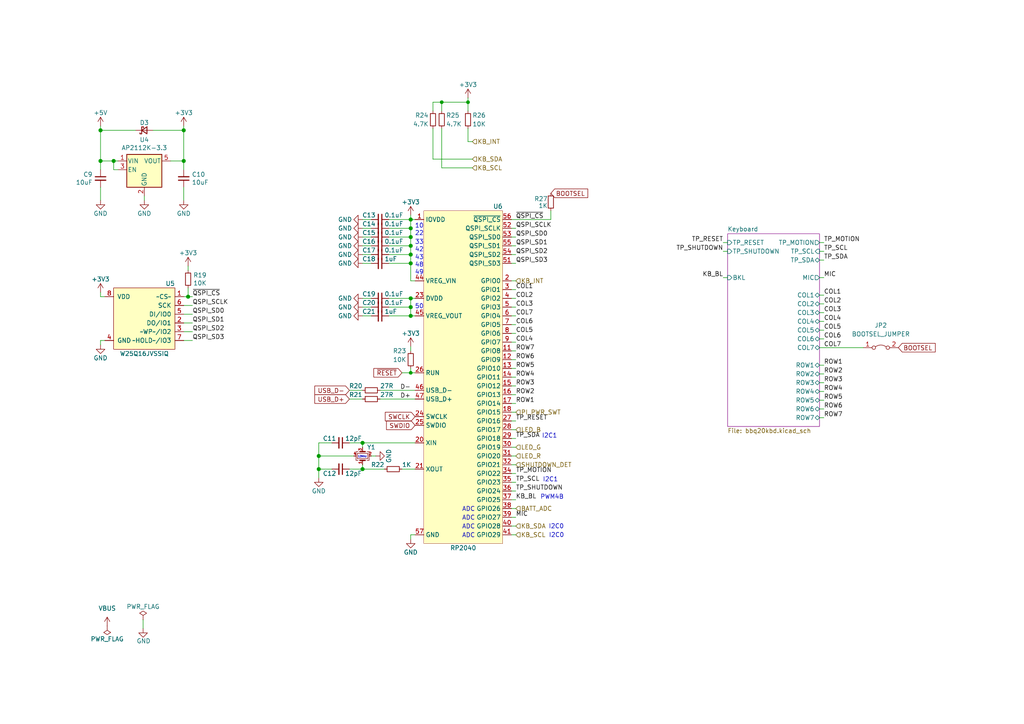
<source format=kicad_sch>
(kicad_sch (version 20231120) (generator "eeschema") (generator_version "8.0")
  (paper "A4")
  (title_block (title "RP2040") (date "2023-04-21") (rev "1.0") (comment 1 "CERN Open Hardware Licence v1.2") (comment 2 "https://github.com/solderparty/bbq20kbd_hw") (comment 3 "Modified for beepy") (comment 4 "Original Design By Solder Party AB"))
  (lib_symbols
    (symbol "Device:C_Small" (pin_numbers hide) (pin_names (offset 0.254) hide)
      (property "Reference" "C" (at 0.254 1.778 0))
      (property "Value" "C_Small" (at 0.254 -2.032 0))
      (symbol "C_Small_0_1"
        (polyline (pts (xy -1.524 -0.508) (xy 1.524 -0.508)) (stroke (width 0.3302)))
        (polyline (pts (xy -1.524 0.508) (xy 1.524 0.508)) (stroke (width 0.3048)))
      )
      (symbol "C_Small_1_1"
        (pin passive line (at 0 2.54 270) (length 2.032) (name "~") (number "1"))
        (pin passive line (at 0 -2.54 90) (length 2.032) (name "~") (number "2"))
      )
    )
    (symbol "Device:Crystal_GND24_Small" (pin_names (offset 1.016) hide)
      (property "Reference" "Y" (at 1.27 4.445 0))
      (property "Value" "Crystal_GND24_Small" (at 1.27 2.54 0))
      (symbol "Crystal_GND24_Small_0_1"
        (rectangle (start -0.762 -1.524) (end 0.762 1.524))
        (polyline (pts (xy -1.27 -0.762) (xy -1.27 0.762)) (stroke (width 0.381)))
        (polyline (pts (xy 1.27 -0.762) (xy 1.27 0.762)) (stroke (width 0.381)))
        (polyline (pts (xy -1.27 -1.27) (xy -1.27 -1.905) (xy 1.27 -1.905) (xy 1.27 -1.27)))
        (polyline (pts (xy -1.27 1.27) (xy -1.27 1.905) (xy 1.27 1.905) (xy 1.27 1.27)))
      )
      (symbol "Crystal_GND24_Small_1_1"
        (pin passive line (at -2.54 0 0) (length 1.27) (name "1") (number "1"))
        (pin passive line (at 0 -2.54 90) (length 0.635) (name "2") (number "2"))
        (pin passive line (at 2.54 0 180) (length 1.27) (name "3") (number "3"))
        (pin passive line (at 0 2.54 270) (length 0.635) (name "4") (number "4"))
      )
    )
    (symbol "Device:D_Schottky_Small" (pin_numbers hide) (pin_names (offset 0.254) hide)
      (property "Reference" "D" (at -1.27 2.032 0))
      (property "Value" "D_Schottky_Small" (at -7.112 -2.032 0))
      (symbol "D_Schottky_Small_0_1"
        (polyline (pts (xy -0.762 0) (xy 0.762 0)))
        (polyline (pts (xy 0.762 -1.016) (xy -0.762 0) (xy 0.762 1.016) (xy 0.762 -1.016)) (stroke (width 0.254)))
        (polyline (pts (xy -1.27 0.762) (xy -1.27 1.016) (xy -0.762 1.016) (xy -0.762 -1.016) (xy -0.254 -1.016) (xy -0.254 -0.762)) (stroke (width 0.254)))
      )
      (symbol "D_Schottky_Small_1_1"
        (pin passive line (at -2.54 0 0) (length 1.778) (name "K") (number "1"))
        (pin passive line (at 2.54 0 180) (length 1.778) (name "A") (number "2"))
      )
    )
    (symbol "Device:R_Small" (pin_numbers hide) (pin_names (offset 0.254) hide)
      (property "Reference" "R" (at 0.762 0.508 0))
      (property "Value" "R_Small" (at 0.762 -1.016 0))
      (symbol "R_Small_0_1"
        (rectangle (start -0.762 1.778) (end 0.762 -1.778) (stroke (width 0.2032)))
      )
      (symbol "R_Small_1_1"
        (pin passive line (at 0 2.54 270) (length 0.762) (name "~") (number "1"))
        (pin passive line (at 0 -2.54 90) (length 0.762) (name "~") (number "2"))
      )
    )
    (symbol "Jumper:Jumper_2_Bridged" (pin_names (offset 0) hide)
      (property "Reference" "JP" (at 0 1.905 0))
      (property "Value" "Jumper_2_Bridged" (at 0 -2.54 0))
      (symbol "Jumper_2_Bridged_0_0"
        (circle (center -2.032 0) (radius 0.508))
        (circle (center 2.032 0) (radius 0.508))
      )
      (symbol "Jumper_2_Bridged_0_1"
        (arc (start 1.524 0.254) (mid 0 0.762) (end -1.524 0.254))
      )
      (symbol "Jumper_2_Bridged_1_1"
        (pin passive line (at -5.08 0 0) (length 2.54) (name "A") (number "1"))
        (pin passive line (at 5.08 0 180) (length 2.54) (name "B") (number "2"))
      )
    )
    (symbol "MCU_RaspberryPi:RP2040"
      (property "Reference" "U" (at 11.43 1.27 0))
      (property "Value" "RP2040" (at 0 -97.79 0))
      (symbol "RP2040_0_0"
        (pin power_in line (at -13.97 -2.54 0) (length 2.54) (name "IOVDD") (number "1"))
        (pin passive line (at -13.97 -2.54 0) (length 2.54) hide (name "IOVDD") (number "10"))
        (pin bidirectional line (at 13.97 -40.64 180) (length 2.54) (name "GPIO8") (number "11"))
        (pin bidirectional line (at 13.97 -20.32 180) (length 2.54) (name "GPIO0") (number "2"))
        (pin bidirectional line (at 13.97 -22.86 180) (length 2.54) (name "GPIO1") (number "3"))
        (pin bidirectional line (at 13.97 -25.4 180) (length 2.54) (name "GPIO2") (number "4"))
        (pin bidirectional line (at 13.97 -27.94 180) (length 2.54) (name "GPIO3") (number "5"))
        (pin bidirectional line (at 13.97 -30.48 180) (length 2.54) (name "GPIO4") (number "6"))
        (pin bidirectional line (at 13.97 -33.02 180) (length 2.54) (name "GPIO5") (number "7"))
        (pin bidirectional line (at 13.97 -35.56 180) (length 2.54) (name "GPIO6") (number "8"))
        (pin bidirectional line (at 13.97 -38.1 180) (length 2.54) (name "GPIO7") (number "9"))
      )
      (symbol "RP2040_0_1"
        (rectangle (start -11.43 0) (end 11.43 -96.52) (stroke (width 0.001)) (fill (type background)))
      )
      (symbol "RP2040_1_1"
        (pin bidirectional line (at 13.97 -43.18 180) (length 2.54) (name "GPIO9") (number "12"))
        (pin bidirectional line (at 13.97 -45.72 180) (length 2.54) (name "GPIO10") (number "13"))
        (pin bidirectional line (at 13.97 -48.26 180) (length 2.54) (name "GPIO11") (number "14"))
        (pin bidirectional line (at 13.97 -50.8 180) (length 2.54) (name "GPIO12") (number "15"))
        (pin bidirectional line (at 13.97 -53.34 180) (length 2.54) (name "GPIO13") (number "16"))
        (pin bidirectional line (at 13.97 -55.88 180) (length 2.54) (name "GPIO14") (number "17"))
        (pin bidirectional line (at 13.97 -58.42 180) (length 2.54) (name "GPIO15") (number "18"))
        (pin passive line (at -13.97 -93.98 0) (length 2.54) hide (name "TESTEN") (number "19"))
        (pin input line (at -13.97 -67.31 0) (length 2.54) (name "XIN") (number "20"))
        (pin output line (at -13.97 -74.93 0) (length 2.54) (name "XOUT") (number "21"))
        (pin passive line (at -13.97 -2.54 0) (length 2.54) hide (name "IOVDD") (number "22"))
        (pin power_in line (at -13.97 -25.4 0) (length 2.54) (name "DVDD") (number "23"))
        (pin input line (at -13.97 -59.69 0) (length 2.54) (name "SWCLK") (number "24"))
        (pin bidirectional line (at -13.97 -62.23 0) (length 2.54) (name "SWDIO") (number "25"))
        (pin input line (at -13.97 -46.99 0) (length 2.54) (name "RUN") (number "26"))
        (pin bidirectional line (at 13.97 -60.96 180) (length 2.54) (name "GPIO16") (number "27"))
        (pin bidirectional line (at 13.97 -63.5 180) (length 2.54) (name "GPIO17") (number "28"))
        (pin bidirectional line (at 13.97 -66.04 180) (length 2.54) (name "GPIO18") (number "29"))
        (pin bidirectional line (at 13.97 -68.58 180) (length 2.54) (name "GPIO19") (number "30"))
        (pin bidirectional line (at 13.97 -71.12 180) (length 2.54) (name "GPIO20") (number "31"))
        (pin bidirectional line (at 13.97 -73.66 180) (length 2.54) (name "GPIO21") (number "32"))
        (pin passive line (at -13.97 -2.54 0) (length 2.54) hide (name "IOVDD") (number "33"))
        (pin bidirectional line (at 13.97 -76.2 180) (length 2.54) (name "GPIO22") (number "34"))
        (pin bidirectional line (at 13.97 -78.74 180) (length 2.54) (name "GPIO23") (number "35"))
        (pin bidirectional line (at 13.97 -81.28 180) (length 2.54) (name "GPIO24") (number "36"))
        (pin bidirectional line (at 13.97 -83.82 180) (length 2.54) (name "GPIO25") (number "37"))
        (pin bidirectional line (at 13.97 -86.36 180) (length 2.54) (name "GPIO26") (number "38"))
        (pin bidirectional line (at 13.97 -88.9 180) (length 2.54) (name "GPIO27") (number "39"))
        (pin bidirectional line (at 13.97 -91.44 180) (length 2.54) (name "GPIO28") (number "40"))
        (pin bidirectional line (at 13.97 -93.98 180) (length 2.54) (name "GPIO29") (number "41"))
        (pin passive line (at -13.97 -2.54 0) (length 2.54) hide (name "IOVDD") (number "42"))
        (pin passive line (at -13.97 -2.54 0) (length 2.54) hide (name "ADC_AVDD") (number "43"))
        (pin power_in line (at -13.97 -20.32 0) (length 2.54) (name "VREG_VIN") (number "44"))
        (pin power_out line (at -13.97 -30.48 0) (length 2.54) (name "VREG_VOUT") (number "45"))
        (pin bidirectional line (at -13.97 -52.07 0) (length 2.54) (name "USB_D-") (number "46"))
        (pin bidirectional line (at -13.97 -54.61 0) (length 2.54) (name "USB_D+") (number "47"))
        (pin passive line (at -13.97 -2.54 0) (length 2.54) hide (name "USB_VDD") (number "48"))
        (pin passive line (at -13.97 -2.54 0) (length 2.54) hide (name "IOVDD") (number "49"))
        (pin passive line (at -13.97 -25.4 0) (length 2.54) hide (name "DVDD") (number "50"))
        (pin bidirectional line (at 13.97 -15.24 180) (length 2.54) (name "QSPI_SD3") (number "51"))
        (pin output line (at 13.97 -5.08 180) (length 2.54) (name "QSPI_SCLK") (number "52"))
        (pin bidirectional line (at 13.97 -7.62 180) (length 2.54) (name "QSPI_SD0") (number "53"))
        (pin bidirectional line (at 13.97 -12.7 180) (length 2.54) (name "QSPI_SD2") (number "54"))
        (pin bidirectional line (at 13.97 -10.16 180) (length 2.54) (name "QSPI_SD1") (number "55"))
        (pin input line (at 13.97 -2.54 180) (length 2.54) (name "~{QSPI_CS}") (number "56"))
        (pin power_in line (at -13.97 -93.98 0) (length 2.54) (name "GND") (number "57"))
      )
    )
    (symbol "Memory_Flash_Extra:W25Q64JV" (pin_names (offset 1.016))
      (property "Reference" "U" (at 8.89 10.16 0))
      (property "Value" "W25Q64JV" (at 0 -10.16 0))
      (symbol "W25Q64JV_0_1"
        (rectangle (start -8.89 8.89) (end 8.89 -8.89) (fill (type background)))
      )
      (symbol "W25Q64JV_1_1"
        (pin input line (at 11.43 6.35 180) (length 2.54) (name "~CS~") (number "1"))
        (pin bidirectional line (at 11.43 -1.27 180) (length 2.54) (name "DO/IO1") (number "2"))
        (pin bidirectional line (at 11.43 -3.81 180) (length 2.54) (name "~WP~/IO2") (number "3"))
        (pin power_in line (at -11.43 -6.35 0) (length 2.54) (name "GND") (number "4"))
        (pin bidirectional line (at 11.43 1.27 180) (length 2.54) (name "DI/IO0") (number "5"))
        (pin input line (at 11.43 3.81 180) (length 2.54) (name "SCK") (number "6"))
        (pin bidirectional line (at 11.43 -6.35 180) (length 2.54) (name "~HOLD~/IO3") (number "7"))
        (pin power_in line (at -11.43 6.35 0) (length 2.54) (name "VDD") (number "8"))
        (pin passive line (at -11.43 -6.35 0) (length 2.54) hide (name "GND") (number "9"))
      )
    )
    (symbol "Regulator_Linear:AP2112K-3.3" (pin_names (offset 0.254))
      (property "Reference" "U" (at -5.08 5.715 0))
      (property "Value" "AP2112K-3.3" (at 0 5.715 0))
      (symbol "AP2112K-3.3_0_1"
        (rectangle (start -5.08 4.445) (end 5.08 -5.08) (stroke (width 0.254)) (fill (type background)))
      )
      (symbol "AP2112K-3.3_1_1"
        (pin power_in line (at -7.62 2.54 0) (length 2.54) (name "VIN") (number "1"))
        (pin power_in line (at 0 -7.62 90) (length 2.54) (name "GND") (number "2"))
        (pin input line (at -7.62 0 0) (length 2.54) (name "EN") (number "3"))
        (pin no_connect line (at 5.08 0 180) (length 2.54) hide (name "NC") (number "4"))
        (pin power_out line (at 7.62 2.54 180) (length 2.54) (name "VOUT") (number "5"))
      )
    )
    (symbol "power:+3.3V" (power) (pin_names (offset 0))
      (property "Value" "+3.3V" (at 0 3.556 0))
      (symbol "+3.3V_0_1"
        (polyline (pts (xy -0.762 1.27) (xy 0 2.54)))
        (polyline (pts (xy 0 0) (xy 0 2.54)))
        (polyline (pts (xy 0 2.54) (xy 0.762 1.27)))
      )
      (symbol "+3.3V_1_1"
        (pin power_in line (at 0 0 90) (length 0) hide (name "+3V3") (number "1"))
      )
    )
    (symbol "power:+5V" (power) (pin_names (offset 0))
      (property "Value" "+5V" (at 0 3.556 0))
      (symbol "+5V_0_1"
        (polyline (pts (xy -0.762 1.27) (xy 0 2.54)))
        (polyline (pts (xy 0 0) (xy 0 2.54)))
        (polyline (pts (xy 0 2.54) (xy 0.762 1.27)))
      )
      (symbol "+5V_1_1"
        (pin power_in line (at 0 0 90) (length 0) hide (name "+5V") (number "1"))
      )
    )
    (symbol "power:GND" (power) (pin_names (offset 0))
      (property "Value" "GND" (at 0 -3.81 0))
      (symbol "GND_0_1"
        (polyline (pts (xy 0 0) (xy 0 -1.27) (xy 1.27 -1.27) (xy 0 -2.54) (xy -1.27 -1.27) (xy 0 -1.27)))
      )
      (symbol "GND_1_1"
        (pin power_in line (at 0 0 270) (length 0) hide (name "GND") (number "1"))
      )
    )
    (symbol "power:PWR_FLAG" (power) (pin_numbers hide) (pin_names (offset 0) hide)
      (property "Value" "PWR_FLAG" (at 0 3.81 0))
      (symbol "PWR_FLAG_0_0"
        (pin power_out line (at 0 0 90) (length 0) (name "pwr") (number "1"))
      )
      (symbol "PWR_FLAG_0_1"
        (polyline (pts (xy 0 0) (xy 0 1.27) (xy -1.016 1.905) (xy 0 2.54) (xy 1.016 1.905) (xy 0 1.27)))
      )
    )
    (symbol "power:VBUS" (power) (pin_names (offset 0))
      (property "Value" "VBUS" (at 0 3.81 0))
      (symbol "VBUS_0_1"
        (polyline (pts (xy -0.762 1.27) (xy 0 2.54)))
        (polyline (pts (xy 0 0) (xy 0 2.54)))
        (polyline (pts (xy 0 2.54) (xy 0.762 1.27)))
      )
      (symbol "VBUS_1_1"
        (pin power_in line (at 0 0 90) (length 0) hide (name "VBUS") (number "1"))
      )
    )
  )
  (junction (at 92.456 132.2578) (diameter 1.016))
  (junction (at 54.5592 86.0552) (diameter 1.016))
  (junction (at 105.156 128.4478) (diameter 1.016))
  (junction (at 92.456 136.0678) (diameter 1.016))
  (junction (at 119.126 71.2978) (diameter 1.016))
  (junction (at 29.1592 37.7952) (diameter 1.016))
  (junction (at 105.156 136.0678) (diameter 1.016))
  (junction (at 53.2892 37.7952) (diameter 1.016))
  (junction (at 53.2892 46.6852) (diameter 1.016))
  (junction (at 119.126 89.0778) (diameter 1.016))
  (junction (at 119.126 86.5378) (diameter 1.016))
  (junction (at 32.9692 46.6852) (diameter 1.016))
  (junction (at 119.126 108.1278))
  (junction (at 119.126 73.8378) (diameter 1.016))
  (junction (at 135.7376 29.6418))
  (junction (at 119.126 68.7578) (diameter 1.016))
  (junction (at 119.126 66.2178) (diameter 1.016))
  (junction (at 119.126 91.6178) (diameter 1.016))
  (junction (at 119.126 63.6778) (diameter 1.016))
  (junction (at 128.1176 29.6418))
  (junction (at 29.1592 46.6852) (diameter 1.016))
  (junction (at 119.126 76.3778) (diameter 1.016))
  (wire (pts (xy 148.336 150.0378) (xy 149.606 150.0378)))
  (wire (pts (xy 119.126 108.1278) (xy 120.396 108.1278)))
  (wire (pts (xy 53.2892 96.2152) (xy 55.8292 96.2152)))
  (wire (pts (xy 112.776 86.5378) (xy 119.126 86.5378)))
  (wire (pts (xy 119.126 91.6178) (xy 119.126 89.0778)))
  (wire (pts (xy 105.156 71.2978) (xy 107.696 71.2978)))
  (wire (pts (xy 237.6932 93.218) (xy 238.9632 93.218)))
  (wire (pts (xy 148.336 94.1578) (xy 149.606 94.1578)))
  (wire (pts (xy 148.336 139.8778) (xy 149.606 139.8778)))
  (wire (pts (xy 237.6932 116.078) (xy 238.9632 116.078)))
  (wire (pts (xy 119.126 76.3778) (xy 119.126 81.4578)))
  (wire (pts (xy 53.2892 86.0552) (xy 54.5592 86.0552)))
  (wire (pts (xy 29.1592 46.6852) (xy 32.9692 46.6852)))
  (wire (pts (xy 148.336 134.7978) (xy 149.606 134.7978)))
  (wire (pts (xy 107.696 132.2578) (xy 108.966 132.2578)))
  (wire (pts (xy 148.336 129.7178) (xy 149.606 129.7178)))
  (wire (pts (xy 148.336 86.5378) (xy 149.606 86.5378)))
  (wire (pts (xy 135.7376 37.2618) (xy 135.7376 41.0718)))
  (wire (pts (xy 148.336 152.5778) (xy 149.606 152.5778)))
  (wire (pts (xy 237.6932 72.898) (xy 238.9632 72.898)))
  (wire (pts (xy 148.336 127.1778) (xy 149.606 127.1778)))
  (wire (pts (xy 102.616 132.2578) (xy 92.456 132.2578)))
  (wire (pts (xy 105.156 136.0678) (xy 111.506 136.0678)))
  (wire (pts (xy 119.126 100.5078) (xy 119.126 101.7778)))
  (wire (pts (xy 237.6932 118.618) (xy 238.9632 118.618)))
  (wire (pts (xy 53.2892 54.3052) (xy 53.2892 58.1152)))
  (wire (pts (xy 128.1176 48.6918) (xy 137.0076 48.6918)))
  (wire (pts (xy 119.126 63.6778) (xy 120.396 63.6778)))
  (wire (pts (xy 209.7532 72.898) (xy 211.0232 72.898)))
  (wire (pts (xy 148.336 147.4978) (xy 149.606 147.4978)))
  (wire (pts (xy 112.776 63.6778) (xy 119.126 63.6778)))
  (wire (pts (xy 105.156 76.3778) (xy 107.696 76.3778)))
  (wire (pts (xy 128.1176 29.6418) (xy 135.7376 29.6418)))
  (wire (pts (xy 119.126 155.1178) (xy 119.126 156.3878)))
  (wire (pts (xy 55.8292 86.0552) (xy 54.5592 86.0552)))
  (wire (pts (xy 149.606 68.7578) (xy 148.336 68.7578)))
  (wire (pts (xy 148.336 137.3378) (xy 149.606 137.3378)))
  (wire (pts (xy 148.336 124.6378) (xy 149.606 124.6378)))
  (wire (pts (xy 105.156 91.6178) (xy 107.696 91.6178)))
  (wire (pts (xy 237.6932 105.918) (xy 238.9632 105.918)))
  (wire (pts (xy 120.396 155.1178) (xy 119.126 155.1178)))
  (wire (pts (xy 209.7532 70.358) (xy 211.0232 70.358)))
  (wire (pts (xy 237.6932 80.518) (xy 238.9632 80.518)))
  (wire (pts (xy 119.126 73.8378) (xy 119.126 76.3778)))
  (wire (pts (xy 112.776 91.6178) (xy 119.126 91.6178)))
  (wire (pts (xy 148.336 106.8578) (xy 149.606 106.8578)))
  (wire (pts (xy 149.606 66.2178) (xy 148.336 66.2178)))
  (wire (pts (xy 149.606 76.3778) (xy 148.336 76.3778)))
  (wire (pts (xy 54.5592 77.1652) (xy 54.5592 78.4352)))
  (wire (pts (xy 237.6932 108.458) (xy 238.9632 108.458)))
  (wire (pts (xy 128.1176 37.2618) (xy 128.1176 48.6918)))
  (wire (pts (xy 44.3992 37.7952) (xy 53.2892 37.7952)))
  (wire (pts (xy 148.336 111.9378) (xy 149.606 111.9378)))
  (wire (pts (xy 105.156 89.0778) (xy 107.696 89.0778)))
  (wire (pts (xy 119.126 86.5378) (xy 120.396 86.5378)))
  (wire (pts (xy 105.156 68.7578) (xy 107.696 68.7578)))
  (wire (pts (xy 34.2392 49.2252) (xy 32.9692 49.2252)))
  (wire (pts (xy 148.336 142.4178) (xy 149.606 142.4178)))
  (wire (pts (xy 237.6932 75.438) (xy 238.9632 75.438)))
  (wire (pts (xy 135.7376 41.0718) (xy 137.0076 41.0718)))
  (wire (pts (xy 135.7376 28.3718) (xy 135.7376 29.6418)))
  (wire (pts (xy 135.7376 29.6418) (xy 135.7376 32.1818)))
  (wire (pts (xy 116.586 108.1278) (xy 119.126 108.1278)))
  (wire (pts (xy 29.1592 37.7952) (xy 29.1592 46.6852)))
  (wire (pts (xy 105.156 73.8378) (xy 107.696 73.8378)))
  (wire (pts (xy 237.6932 88.138) (xy 238.9632 88.138)))
  (wire (pts (xy 105.156 63.6778) (xy 107.696 63.6778)))
  (wire (pts (xy 53.2892 46.6852) (xy 53.2892 49.2252)))
  (wire (pts (xy 148.336 122.0978) (xy 149.606 122.0978)))
  (wire (pts (xy 105.156 128.4478) (xy 120.396 128.4478)))
  (wire (pts (xy 112.776 71.2978) (xy 119.126 71.2978)))
  (wire (pts (xy 105.156 66.2178) (xy 107.696 66.2178)))
  (wire (pts (xy 92.456 128.4478) (xy 92.456 132.2578)))
  (wire (pts (xy 53.2892 88.5952) (xy 55.8292 88.5952)))
  (wire (pts (xy 112.776 66.2178) (xy 119.126 66.2178)))
  (wire (pts (xy 110.236 113.2078) (xy 120.396 113.2078)))
  (wire (pts (xy 120.396 81.4578) (xy 119.126 81.4578)))
  (wire (pts (xy 237.6932 70.358) (xy 238.9632 70.358)))
  (wire (pts (xy 30.4292 86.0552) (xy 29.1592 86.0552)))
  (wire (pts (xy 148.336 99.2378) (xy 149.606 99.2378)))
  (wire (pts (xy 101.346 115.7478) (xy 105.156 115.7478)))
  (wire (pts (xy 53.2892 36.5252) (xy 53.2892 37.7952)))
  (wire (pts (xy 53.2892 37.7952) (xy 53.2892 46.6852)))
  (wire (pts (xy 116.586 136.0678) (xy 120.396 136.0678)))
  (wire (pts (xy 29.1592 37.7952) (xy 29.1592 36.5252)))
  (wire (pts (xy 39.3192 37.7952) (xy 29.1592 37.7952)))
  (wire (pts (xy 29.1592 46.6852) (xy 29.1592 49.2252)))
  (wire (pts (xy 112.776 68.7578) (xy 119.126 68.7578)))
  (wire (pts (xy 149.606 73.8378) (xy 148.336 73.8378)))
  (wire (pts (xy 125.5776 46.1518) (xy 137.0076 46.1518)))
  (wire (pts (xy 237.6932 110.998) (xy 238.9632 110.998)))
  (wire (pts (xy 119.126 62.4078) (xy 119.126 63.6778)))
  (wire (pts (xy 237.6932 85.598) (xy 238.9632 85.598)))
  (wire (pts (xy 101.346 136.0678) (xy 105.156 136.0678)))
  (wire (pts (xy 54.5592 86.0552) (xy 54.5592 83.5152)))
  (wire (pts (xy 148.336 114.4778) (xy 149.606 114.4778)))
  (wire (pts (xy 112.776 89.0778) (xy 119.126 89.0778)))
  (wire (pts (xy 148.336 83.9978) (xy 149.606 83.9978)))
  (wire (pts (xy 41.5036 179.7558) (xy 41.5036 182.2958)))
  (wire (pts (xy 105.156 86.5378) (xy 107.696 86.5378)))
  (wire (pts (xy 148.336 144.9578) (xy 149.606 144.9578)))
  (wire (pts (xy 119.126 91.6178) (xy 120.396 91.6178)))
  (wire (pts (xy 148.336 132.2578) (xy 149.606 132.2578)))
  (wire (pts (xy 149.606 119.5578) (xy 148.336 119.5578)))
  (wire (pts (xy 148.336 81.4578) (xy 149.606 81.4578)))
  (wire (pts (xy 92.456 136.0678) (xy 92.456 138.6078)))
  (wire (pts (xy 105.156 128.4478) (xy 105.156 129.7178)))
  (wire (pts (xy 53.2892 93.6752) (xy 55.8292 93.6752)))
  (wire (pts (xy 29.1592 54.3052) (xy 29.1592 58.1152)))
  (wire (pts (xy 148.336 109.3978) (xy 149.606 109.3978)))
  (wire (pts (xy 49.4792 46.6852) (xy 53.2892 46.6852)))
  (wire (pts (xy 148.336 91.6178) (xy 149.606 91.6178)))
  (wire (pts (xy 29.1592 98.7552) (xy 29.1592 100.0252)))
  (wire (pts (xy 148.336 96.6978) (xy 149.606 96.6978)))
  (wire (pts (xy 105.156 134.7978) (xy 105.156 136.0678)))
  (wire (pts (xy 101.346 113.2078) (xy 105.156 113.2078)))
  (wire (pts (xy 148.336 155.1178) (xy 149.606 155.1178)))
  (wire (pts (xy 119.126 63.6778) (xy 119.126 66.2178)))
  (wire (pts (xy 119.126 68.7578) (xy 119.126 71.2978)))
  (wire (pts (xy 119.126 89.0778) (xy 119.126 86.5378)))
  (wire (pts (xy 110.236 115.7478) (xy 120.396 115.7478)))
  (wire (pts (xy 209.7532 80.518) (xy 211.0232 80.518)))
  (wire (pts (xy 237.6932 100.838) (xy 250.3932 100.838)))
  (wire (pts (xy 32.9692 49.2252) (xy 32.9692 46.6852)))
  (wire (pts (xy 92.456 136.0678) (xy 96.266 136.0678)))
  (wire (pts (xy 148.336 104.3178) (xy 149.606 104.3178)))
  (wire (pts (xy 237.6932 113.538) (xy 238.9632 113.538)))
  (wire (pts (xy 125.5776 29.6418) (xy 128.1176 29.6418)))
  (wire (pts (xy 125.5776 32.1818) (xy 125.5776 29.6418)))
  (wire (pts (xy 128.1176 29.6418) (xy 128.1176 32.1818)))
  (wire (pts (xy 30.4292 98.7552) (xy 29.1592 98.7552)))
  (wire (pts (xy 53.2892 91.1352) (xy 55.8292 91.1352)))
  (wire (pts (xy 53.2892 98.7552) (xy 55.8292 98.7552)))
  (wire (pts (xy 112.776 73.8378) (xy 119.126 73.8378)))
  (wire (pts (xy 41.8592 56.8452) (xy 41.8592 58.1152)))
  (wire (pts (xy 125.5776 37.2618) (xy 125.5776 46.1518)))
  (wire (pts (xy 119.126 71.2978) (xy 119.126 73.8378)))
  (wire (pts (xy 148.336 117.0178) (xy 149.606 117.0178)))
  (wire (pts (xy 119.126 66.2178) (xy 119.126 68.7578)))
  (wire (pts (xy 34.2392 46.6852) (xy 32.9692 46.6852)))
  (wire (pts (xy 237.6932 121.158) (xy 238.9632 121.158)))
  (wire (pts (xy 92.456 128.4478) (xy 96.266 128.4478)))
  (wire (pts (xy 92.456 132.2578) (xy 92.456 136.0678)))
  (wire (pts (xy 119.126 108.1278) (xy 119.126 106.8578)))
  (wire (pts (xy 112.776 76.3778) (xy 119.126 76.3778)))
  (wire (pts (xy 159.766 63.6778) (xy 159.766 61.1378)))
  (wire (pts (xy 149.606 71.2978) (xy 148.336 71.2978)))
  (wire (pts (xy 237.6932 98.298) (xy 238.9632 98.298)))
  (wire (pts (xy 148.336 89.0778) (xy 149.606 89.0778)))
  (wire (pts (xy 148.336 101.7778) (xy 149.606 101.7778)))
  (wire (pts (xy 148.336 63.6778) (xy 159.766 63.6778)))
  (wire (pts (xy 237.6932 95.758) (xy 238.9632 95.758)))
  (wire (pts (xy 29.1592 86.0552) (xy 29.1592 84.7852)))
  (wire (pts (xy 237.6932 90.678) (xy 238.9632 90.678)))
  (wire (pts (xy 101.346 128.4478) (xy 105.156 128.4478)))
  (text "42" (at 122.936 73.2028 0) (effects (font (size 1.27 1.27)) (justify right bottom)))
  (text "I2C0\n" (at 159.1564 156.083 0) (effects (font (size 1.27 1.27)) (justify left bottom)))
  (text "33" (at 122.936 71.0438 0) (effects (font (size 1.27 1.27)) (justify right bottom)))
  (text "I2C1\n" (at 157.4038 139.9286 0) (effects (font (size 1.27 1.27)) (justify left bottom)))
  (text "43" (at 122.936 75.4888 0) (effects (font (size 1.27 1.27)) (justify right bottom)))
  (text "50" (at 122.936 89.7128 0) (effects (font (size 1.27 1.27)) (justify right bottom)))
  (text "I2C0\n" (at 159.1056 153.543 0) (effects (font (size 1.27 1.27)) (justify left bottom)))
  (text "PWM4B" (at 156.6926 144.9832 0) (effects (font (size 1.27 1.27)) (justify left bottom)))
  (text "22" (at 122.936 68.5038 0) (effects (font (size 1.27 1.27)) (justify right bottom)))
  (text "48" (at 122.936 77.6478 0) (effects (font (size 1.27 1.27)) (justify right bottom)))
  (text "49" (at 122.936 79.8068 0) (effects (font (size 1.27 1.27)) (justify right bottom)))
  (text "ADC" (at 133.985 151.0538 0) (effects (font (size 1.27 1.27)) (justify left bottom)))
  (text "10" (at 122.936 66.3448 0) (effects (font (size 1.27 1.27)) (justify right bottom)))
  (text "12MHz" (at 106.426 132.8928 0) (effects (font (size 0.508 0.508)) (justify right bottom)))
  (text "ADC" (at 133.985 156.1338 0) (effects (font (size 1.27 1.27)) (justify left bottom)))
  (text "ADC" (at 133.985 148.5138 0) (effects (font (size 1.27 1.27)) (justify left bottom)))
  (text "I2C1\n" (at 157.1498 127.254 0) (effects (font (size 1.27 1.27)) (justify left bottom)))
  (text "ADC" (at 133.985 153.5938 0) (effects (font (size 1.27 1.27)) (justify left bottom)))
  (label "D+" (at 119.126 115.7478 180))
  (label "QSPI_SD2" (at 149.606 73.8378 0))
  (label "MIC" (at 149.606 150.0378 0))
  (label "COL3" (at 149.606 89.0778 0))
  (label "COL4" (at 149.606 99.2378 0))
  (label "ROW5" (at 238.9632 116.078 0))
  (label "QSPI_SCLK" (at 149.606 66.2178 0))
  (label "COL5" (at 149.606 96.6978 0))
  (label "COL2" (at 149.606 86.5378 0))
  (label "COL2" (at 238.9632 88.138 0))
  (label "QSPI_SD3" (at 149.606 76.3778 0))
  (label "QSPI_SD1" (at 55.8292 93.6752 0))
  (label "TP_MOTION" (at 149.606 137.3378 0))
  (label "QSPI_SD0" (at 55.8292 91.1352 0))
  (label "ROW2" (at 149.606 114.4778 0))
  (label "QSPI_SD2" (at 55.8292 96.2152 0))
  (label "ROW3" (at 149.606 111.9378 0))
  (label "ROW4" (at 238.9632 113.538 0))
  (label "ROW7" (at 149.606 101.7778 0))
  (label "ROW1" (at 149.606 117.0178 0))
  (label "ROW5" (at 149.606 106.8578 0))
  (label "ROW3" (at 238.9632 110.998 0))
  (label "KB_BL" (at 209.7532 80.518 180))
  (label "COL6" (at 238.9632 98.298 0))
  (label "TP_MOTION" (at 238.9632 70.358 0))
  (label "COL5" (at 238.9632 95.758 0))
  (label "COL1" (at 238.9632 85.598 0))
  (label "ROW7" (at 238.9632 121.158 0))
  (label "QSPI_SD0" (at 149.606 68.7578 0))
  (label "QSPI_SD1" (at 149.606 71.2978 0))
  (label "COL1" (at 149.606 83.9978 0))
  (label "COL7" (at 238.9632 100.838 0))
  (label "ROW2" (at 238.9632 108.458 0))
  (label "KB_BL" (at 149.606 144.9578 0))
  (label "~{QSPI_CS}" (at 55.8292 86.0552 0))
  (label "ROW1" (at 238.9632 105.918 0))
  (label "TP_SCL" (at 238.9632 72.898 0))
  (label "TP_SHUTDOWN" (at 149.606 142.4178 0))
  (label "COL7" (at 149.606 91.6178 0))
  (label "TP_SHUTDOWN" (at 209.7532 72.898 180))
  (label "TP_RESET" (at 209.7532 70.358 180))
  (label "QSPI_SD3" (at 55.8292 98.7552 0))
  (label "TP_SDA" (at 238.9632 75.438 0))
  (label "COL6" (at 149.606 94.1578 0))
  (label "ROW6" (at 149.606 104.3178 0))
  (label "D-" (at 119.126 113.2078 180))
  (label "TP_SCL" (at 149.606 139.8778 0))
  (label "QSPI_SCLK" (at 55.8292 88.5952 0))
  (label "ROW6" (at 238.9632 118.618 0))
  (label "TP_SDA" (at 149.606 127.1778 0))
  (label "~{QSPI_CS}" (at 149.606 63.6778 0))
  (label "COL4" (at 238.9632 93.218 0))
  (label "COL3" (at 238.9632 90.678 0))
  (label "ROW4" (at 149.606 109.3978 0))
  (label "MIC" (at 238.9632 80.518 0))
  (label "TP_RESET" (at 149.606 122.0978 0))
  (global_label "USB_D+" (shape input) (at 101.346 115.7478 180) (property "Intersheetrefs" "${INTERSHEET_REFS}" (effects (hide yes))))
  (global_label "SWDIO" (shape input) (at 120.396 123.3678 180) (property "Intersheetrefs" "${INTERSHEET_REFS}" (effects (hide yes))))
  (global_label "USB_D-" (shape input) (at 101.346 113.2078 180) (property "Intersheetrefs" "${INTERSHEET_REFS}" (effects (hide yes))))
  (global_label "SWCLK" (shape input) (at 120.396 120.8278 180) (property "Intersheetrefs" "${INTERSHEET_REFS}" (effects (hide yes))))
  (global_label "~{RESET}" (shape input) (at 116.586 108.1278 180) (property "Intersheetrefs" "${INTERSHEET_REFS}" (effects (hide yes))))
  (global_label "BOOTSEL" (shape input) (at 159.766 56.0578 0) (property "Intersheetrefs" "${INTERSHEET_REFS}" (effects (hide yes))))
  (global_label "BOOTSEL" (shape input) (at 260.5532 100.838 0) (property "Intersheetrefs" "${INTERSHEET_REFS}" (effects (hide yes))))
  (hierarchical_label "KB_SCL" (shape input) (at 137.0076 48.6918 0))
  (hierarchical_label "LED_R" (shape input) (at 149.606 132.2578 0))
  (hierarchical_label "LED_B" (shape input) (at 149.606 124.6378 0))
  (hierarchical_label "KB_SDA" (shape input) (at 137.0076 46.1518 0))
  (hierarchical_label "KB_SDA" (shape input) (at 149.606 152.5778 0))
  (hierarchical_label "LED_G" (shape input) (at 149.606 129.7178 0))
  (hierarchical_label "KB_SCL" (shape input) (at 149.606 155.1178 0))
  (hierarchical_label "PI_PWR_SWT" (shape input) (at 149.606 119.5578 0))
  (hierarchical_label "KB_INT" (shape input) (at 149.606 81.4578 0))
  (hierarchical_label "BATT_ADC" (shape input) (at 149.606 147.4978 0))
  (hierarchical_label "SHUTDOWN_DET" (shape input) (at 149.606 134.7978 0))
  (hierarchical_label "KB_INT" (shape input) (at 137.0076 41.0718 0))
  (symbol (lib_id "Device:R_Small") (at 107.696 115.7478 270) (unit 1)
    (property "Reference" "R21" (at 105.156 114.4778 90) (effects (justify right)))
    (property "Value" "27R" (at 110.236 114.4778 90) (effects (justify left)))
    (property "Footprint" "Resistor_SMD:R_0603_1608Metric" (effects (hide yes)))
  )
  (symbol (lib_id "Device:Crystal_GND24_Small") (at 105.156 132.2578 90) (unit 1)
    (property "Reference" "Y1" (at 106.426 129.7178 90) (effects (justify right)))
    (property "Value" "XYDBPCNANF-12MHZ" (effects (hide yes)))
    (property "Footprint" "Crystal:Crystal_SMD_3225-4Pin_3.2x2.5mm" (effects (hide yes)))
    (property "LCSC" "C709001" (effects (hide yes)))
  )
  (symbol (lib_id "Device:C_Small") (at 110.236 71.2978 270) (unit 1)
    (property "Reference" "C16" (at 108.966 70.0278 90) (effects (justify right)))
    (property "Value" "0.1uF" (at 111.506 70.0278 90) (effects (justify left)))
    (property "Footprint" "Capacitor_SMD:C_0603_1608Metric" (effects (hide yes)))
  )
  (symbol (lib_id "power:GND") (at 29.1592 58.1152 0) (unit 1)
    (property "Reference" "#PWR0102" (effects (hide yes)))
    (property "Value" "GND" (at 29.1592 61.9252 0))
  )
  (symbol (lib_id "Jumper:Jumper_2_Bridged") (at 255.4732 100.838 0) (unit 1)
    (property "Reference" "JP2" (at 255.4732 94.361 0))
    (property "Value" "BOOTSEL_JUMPER" (at 255.4732 96.901 0))
    (property "Footprint" "Jumper:SolderJumper-2_P1.3mm_Bridged_RoundedPad1.0x1.5mm" (effects (hide yes)))
  )
  (symbol (lib_id "MCU_RaspberryPi:RP2040") (at 134.366 61.1378 0) (unit 1)
    (property "Reference" "U6" (at 145.796 59.8678 0) (effects (justify right)))
    (property "Value" "RP2040" (at 134.366 158.9278 0))
    (property "Footprint" "beepy:QFN-56-1EP_7x7mm_P0.4mm_EP5.6x5.6mm" (effects (hide yes)))
    (property "Datasheet" "https://datasheets.raspberrypi.org/rp2040/rp2040_datasheet.pdf" (effects (hide yes)))
  )
  (symbol (lib_id "power:GND") (at 105.156 68.7578 270) (unit 1)
    (property "Reference" "#PWR0117" (effects (hide yes)))
    (property "Value" "GND" (at 100.076 68.7578 90))
  )
  (symbol (lib_id "power:GND") (at 41.8592 58.1152 0) (unit 1)
    (property "Reference" "#PWR0101" (effects (hide yes)))
    (property "Value" "GND" (at 41.8592 61.9252 0))
  )
  (symbol (lib_id "power:GND") (at 29.1592 100.0252 0) (mirror y) (unit 1)
    (property "Reference" "#PWR0112" (effects (hide yes)))
    (property "Value" "GND" (at 29.1592 103.8352 0))
  )
  (symbol (lib_id "power:GND") (at 105.156 86.5378 270) (unit 1)
    (property "Reference" "#PWR0125" (effects (hide yes)))
    (property "Value" "GND" (at 100.076 86.5378 90))
  )
  (symbol (lib_id "Device:C_Small") (at 110.236 89.0778 270) (unit 1)
    (property "Reference" "C20" (at 108.966 87.8078 90) (effects (justify right)))
    (property "Value" "0.1uF" (at 111.506 87.8078 90) (effects (justify left)))
    (property "Footprint" "Capacitor_SMD:C_0603_1608Metric" (effects (hide yes)))
  )
  (symbol (lib_id "power:+3.3V") (at 119.126 62.4078 0) (unit 1)
    (property "Reference" "#PWR0121" (effects (hide yes)))
    (property "Value" "+3V3" (at 119.126 58.5978 0))
  )
  (symbol (lib_id "Device:C_Small") (at 110.236 63.6778 270) (unit 1)
    (property "Reference" "C13" (at 108.966 62.4078 90) (effects (justify right)))
    (property "Value" "0.1uF" (at 111.506 62.4078 90) (effects (justify left)))
    (property "Footprint" "Capacitor_SMD:C_0603_1608Metric" (effects (hide yes)))
  )
  (symbol (lib_id "Device:R_Small") (at 114.046 136.0678 270) (unit 1)
    (property "Reference" "R22" (at 111.506 134.7978 90) (effects (justify right)))
    (property "Value" "1K" (at 116.586 134.7978 90) (effects (justify left)))
    (property "Footprint" "Resistor_SMD:R_0603_1608Metric" (effects (hide yes)))
  )
  (symbol (lib_id "power:+3.3V") (at 54.5592 77.1652 0) (mirror y) (unit 1)
    (property "Reference" "#PWR0114" (effects (hide yes)))
    (property "Value" "+3V3" (at 54.5592 73.3552 0))
  )
  (symbol (lib_id "Regulator_Linear:AP2112K-3.3") (at 41.8592 49.2252 0) (unit 1)
    (property "Reference" "U4" (at 41.8592 40.5384 0))
    (property "Value" "AP2112K-3.3" (at 41.8592 42.8752 0))
    (property "Footprint" "Package_TO_SOT_SMD:SOT-23-5" (effects (hide yes)))
    (property "Datasheet" "https://www.diodes.com/assets/Datasheets/AP2112.pdf" (effects (hide yes)))
    (property "LCSC" "C51118" (effects (hide yes)))
  )
  (symbol (lib_id "Device:R_Small") (at 128.1176 34.7218 0) (unit 1)
    (property "Reference" "R25" (at 129.3876 33.4517 0) (effects (justify left)))
    (property "Value" "4.7K" (at 129.3876 35.9917 0) (effects (justify left)))
    (property "Footprint" "Resistor_SMD:R_0603_1608Metric" (effects (hide yes)))
  )
  (symbol (lib_id "power:GND") (at 92.456 138.6078 0) (unit 1)
    (property "Reference" "#PWR0110" (effects (hide yes)))
    (property "Value" "GND" (at 92.456 142.4178 0))
  )
  (symbol (lib_id "Device:C_Small") (at 98.806 136.0678 270) (mirror x) (unit 1)
    (property "Reference" "C12" (at 97.536 137.3378 90) (effects (justify right)))
    (property "Value" "12pF" (at 100.076 137.3378 90) (effects (justify left)))
    (property "Footprint" "Capacitor_SMD:C_0603_1608Metric" (effects (hide yes)))
  )
  (symbol (lib_id "Memory_Flash_Extra:W25Q64JV") (at 41.8592 92.4052 0) (unit 1)
    (property "Reference" "U5" (at 50.7492 82.2452 0) (effects (justify right)))
    (property "Value" "W25Q16JVSSIQ" (at 41.8592 102.5652 0))
    (property "Footprint" "Package_SO:SSOP-8_5.25x5.24mm_P1.27mm" (effects (hide yes)))
    (property "LCSC" "C131025" (effects (hide yes)))
  )
  (symbol (lib_id "power:+3.3V") (at 119.126 100.5078 0) (unit 1)
    (property "Reference" "#PWR0127" (effects (hide yes)))
    (property "Value" "+3V3" (at 119.126 96.6978 0))
  )
  (symbol (lib_id "power:+3.3V") (at 29.1592 84.7852 0) (unit 1)
    (property "Reference" "#PWR0113" (effects (hide yes)))
    (property "Value" "+3V3" (at 29.1592 80.9752 0))
  )
  (symbol (lib_id "power:GND") (at 105.156 91.6178 270) (unit 1)
    (property "Reference" "#PWR0126" (effects (hide yes)))
    (property "Value" "GND" (at 100.076 91.6178 90))
  )
  (symbol (lib_id "Device:C_Small") (at 110.236 68.7578 270) (unit 1)
    (property "Reference" "C15" (at 108.966 67.4878 90) (effects (justify right)))
    (property "Value" "0.1uF" (at 111.506 67.4878 90) (effects (justify left)))
    (property "Footprint" "Capacitor_SMD:C_0603_1608Metric" (effects (hide yes)))
  )
  (symbol (lib_id "power:GND") (at 108.966 132.2578 90) (unit 1)
    (property "Reference" "#PWR0123" (effects (hide yes)))
    (property "Value" "GND" (at 112.776 132.2578 0))
  )
  (symbol (lib_id "power:+5V") (at 29.1592 36.5252 0) (unit 1)
    (property "Reference" "#PWR0106" (effects (hide yes)))
    (property "Value" "+5V" (at 29.1592 32.7152 0))
  )
  (symbol (lib_id "power:PWR_FLAG") (at 41.5036 179.7558 0) (unit 1)
    (property "Reference" "#FLG03" (effects (hide yes)))
    (property "Value" "PWR_FLAG" (at 41.5036 175.9458 0))
  )
  (symbol (lib_id "power:GND") (at 105.156 63.6778 270) (unit 1)
    (property "Reference" "#PWR0119" (effects (hide yes)))
    (property "Value" "GND" (at 100.076 63.6778 90))
  )
  (symbol (lib_id "power:GND") (at 53.2892 58.1152 0) (mirror y) (unit 1)
    (property "Reference" "#PWR0103" (effects (hide yes)))
    (property "Value" "GND" (at 53.2892 61.9252 0))
  )
  (symbol (lib_id "power:PWR_FLAG") (at 31.0896 181.5338 180) (unit 1)
    (property "Reference" "#FLG02" (effects (hide yes)))
    (property "Value" "PWR_FLAG" (at 31.0896 185.3438 0))
  )
  (symbol (lib_id "Device:C_Small") (at 110.236 91.6178 270) (unit 1)
    (property "Reference" "C21" (at 108.966 90.3478 90) (effects (justify right)))
    (property "Value" "1uF" (at 111.506 90.3478 90) (effects (justify left)))
    (property "Footprint" "Capacitor_SMD:C_0603_1608Metric" (effects (hide yes)))
  )
  (symbol (lib_id "Device:C_Small") (at 98.806 128.4478 270) (unit 1)
    (property "Reference" "C11" (at 97.536 127.1778 90) (effects (justify right)))
    (property "Value" "12pF" (at 100.076 127.1778 90) (effects (justify left)))
    (property "Footprint" "Capacitor_SMD:C_0603_1608Metric" (effects (hide yes)))
  )
  (symbol (lib_id "power:+3.3V") (at 53.2892 36.5252 0) (unit 1)
    (property "Reference" "#PWR0107" (effects (hide yes)))
    (property "Value" "+3V3" (at 53.2892 32.7152 0))
  )
  (symbol (lib_id "power:GND") (at 119.126 156.3878 0) (unit 1)
    (property "Reference" "#PWR0111" (effects (hide yes)))
    (property "Value" "GND" (at 119.126 160.1978 0))
  )
  (symbol (lib_id "power:GND") (at 41.5036 182.2958 0) (unit 1)
    (property "Reference" "#PWR0108" (effects (hide yes)))
    (property "Value" "GND" (at 39.5986 185.9152 0) (effects (justify left)))
  )
  (symbol (lib_id "Device:R_Small") (at 135.7376 34.7218 0) (unit 1)
    (property "Reference" "R26" (at 137.0076 33.4517 0) (effects (justify left)))
    (property "Value" "10K" (at 137.0076 35.9917 0) (effects (justify left)))
    (property "Footprint" "Resistor_SMD:R_0603_1608Metric" (effects (hide yes)))
  )
  (symbol (lib_id "power:VBUS") (at 31.0896 181.5338 0) (unit 1)
    (property "Reference" "#PWR0109" (effects (hide yes)))
    (property "Value" "VBUS" (at 31.0896 176.4538 0))
  )
  (symbol (lib_id "Device:C_Small") (at 110.236 73.8378 270) (unit 1)
    (property "Reference" "C17" (at 108.966 72.5678 90) (effects (justify right)))
    (property "Value" "0.1uF" (at 111.506 72.5678 90) (effects (justify left)))
    (property "Footprint" "Capacitor_SMD:C_0603_1608Metric" (effects (hide yes)))
  )
  (symbol (lib_id "Device:R_Small") (at 119.126 104.3178 0) (mirror y) (unit 1)
    (property "Reference" "R23" (at 117.856 101.7778 0) (effects (justify left)))
    (property "Value" "10K" (at 117.856 104.3178 0) (effects (justify left)))
    (property "Footprint" "Resistor_SMD:R_0603_1608Metric" (effects (hide yes)))
  )
  (symbol (lib_id "Device:C_Small") (at 53.2892 51.7652 180) (unit 1)
    (property "Reference" "C10" (at 55.626 50.5968 0) (effects (justify right)))
    (property "Value" "10uF" (at 55.626 52.9082 0) (effects (justify right)))
    (property "Footprint" "Capacitor_SMD:C_0603_1608Metric" (effects (hide yes)))
  )
  (symbol (lib_id "power:GND") (at 105.156 89.0778 270) (unit 1)
    (property "Reference" "#PWR0124" (effects (hide yes)))
    (property "Value" "GND" (at 100.076 89.0778 90))
  )
  (symbol (lib_id "Device:C_Small") (at 110.236 86.5378 270) (unit 1)
    (property "Reference" "C19" (at 108.966 85.2678 90) (effects (justify right)))
    (property "Value" "0.1uF" (at 111.506 85.2678 90) (effects (justify left)))
    (property "Footprint" "Capacitor_SMD:C_0603_1608Metric" (effects (hide yes)))
  )
  (symbol (lib_id "power:GND") (at 105.156 76.3778 270) (unit 1)
    (property "Reference" "#PWR0115" (effects (hide yes)))
    (property "Value" "GND" (at 100.076 76.3778 90))
  )
  (symbol (lib_id "Device:R_Small") (at 159.766 58.5978 0) (unit 1)
    (property "Reference" "R27" (at 154.94 57.6834 0) (effects (justify left)))
    (property "Value" "1K" (at 156.1592 59.6646 0) (effects (justify left)))
    (property "Footprint" "Resistor_SMD:R_0603_1608Metric" (effects (hide yes)))
  )
  (symbol (lib_id "Device:R_Small") (at 107.696 113.2078 270) (unit 1)
    (property "Reference" "R20" (at 105.156 111.9378 90) (effects (justify right)))
    (property "Value" "27R" (at 110.236 111.9378 90) (effects (justify left)))
    (property "Footprint" "Resistor_SMD:R_0603_1608Metric" (effects (hide yes)))
  )
  (symbol (lib_id "Device:R_Small") (at 125.5776 34.7218 180) (unit 1)
    (property "Reference" "R24" (at 124.3076 33.4517 0) (effects (justify left)))
    (property "Value" "4.7K" (at 124.3076 35.9917 0) (effects (justify left)))
    (property "Footprint" "Resistor_SMD:R_0603_1608Metric" (effects (hide yes)))
  )
  (symbol (lib_id "Device:R_Small") (at 54.5592 80.9752 180) (unit 1)
    (property "Reference" "R19" (at 56.0324 79.8068 0) (effects (justify right)))
    (property "Value" "10K" (at 56.0324 82.1182 0) (effects (justify right)))
    (property "Footprint" "Resistor_SMD:R_0603_1608Metric" (effects (hide yes)))
  )
  (symbol (lib_id "Device:C_Small") (at 110.236 66.2178 270) (unit 1)
    (property "Reference" "C14" (at 108.966 64.9478 90) (effects (justify right)))
    (property "Value" "0.1uF" (at 111.506 64.9478 90) (effects (justify left)))
    (property "Footprint" "Capacitor_SMD:C_0603_1608Metric" (effects (hide yes)))
  )
  (symbol (lib_id "Device:C_Small") (at 29.1592 51.7652 0) (unit 1)
    (property "Reference" "C9" (at 26.8478 50.5968 0) (effects (justify right)))
    (property "Value" "10uF" (at 26.8478 52.9082 0) (effects (justify right)))
    (property "Footprint" "Capacitor_SMD:C_0603_1608Metric" (effects (hide yes)))
  )
  (symbol (lib_id "Device:D_Schottky_Small") (at 41.8592 37.7952 0) (mirror x) (unit 1)
    (property "Reference" "D3" (at 41.8592 35.5854 0))
    (property "Value" "D_Schottky_Small" (effects (hide yes)))
    (property "Footprint" "Diode_SMD:D_SOD-323" (effects (hide yes)))
    (property "LCSC" "C114023" (effects (hide yes)))
  )
  (symbol (lib_id "power:+3.3V") (at 135.7376 28.3718 0) (unit 1)
    (property "Reference" "#PWR0122" (effects (hide yes)))
    (property "Value" "+3V3" (at 135.7376 24.5618 0))
  )
  (symbol (lib_id "power:GND") (at 105.156 71.2978 270) (unit 1)
    (property "Reference" "#PWR0118" (effects (hide yes)))
    (property "Value" "GND" (at 100.076 71.2978 90))
  )
  (symbol (lib_id "power:GND") (at 105.156 66.2178 270) (unit 1)
    (property "Reference" "#PWR0120" (effects (hide yes)))
    (property "Value" "GND" (at 100.076 66.2178 90))
  )
  (symbol (lib_id "Device:C_Small") (at 110.236 76.3778 270) (unit 1)
    (property "Reference" "C18" (at 108.966 75.1078 90) (effects (justify right)))
    (property "Value" "1uF" (at 111.506 75.1078 90) (effects (justify left)))
    (property "Footprint" "Capacitor_SMD:C_0603_1608Metric" (effects (hide yes)))
  )
  (symbol (lib_id "power:GND") (at 105.156 73.8378 270) (unit 1)
    (property "Reference" "#PWR0116" (effects (hide yes)))
    (property "Value" "GND" (at 100.076 73.8378 90))
  )
  (sheet (at 211.0232 67.818) (size 26.67 55.88) (stroke (width 0.0005) (color 132 0 132 1)) (fill (color 255 255 255 0.0000))
    (property "Sheetname" "Keyboard" (at 211.0232 67.1823 0) (effects (justify left bottom)))
    (property "Sheetfile" "bbq20kbd.kicad_sch" (at 211.0232 124.2067 0) (effects (justify left top)))
    (pin "ROW6" bidirectional (at 237.6932 118.618 0))
    (pin "ROW5" bidirectional (at 237.6932 116.078 0))
    (pin "ROW4" bidirectional (at 237.6932 113.538 0))
    (pin "ROW7" bidirectional (at 237.6932 121.158 0))
    (pin "COL6" bidirectional (at 237.6932 98.298 0))
    (pin "COL4" bidirectional (at 237.6932 93.218 0))
    (pin "COL5" bidirectional (at 237.6932 95.758 0))
    (pin "COL7" bidirectional (at 237.6932 100.838 0))
    (pin "COL2" bidirectional (at 237.6932 88.138 0))
    (pin "COL1" bidirectional (at 237.6932 85.598 0))
    (pin "COL3" bidirectional (at 237.6932 90.678 0))
    (pin "ROW2" bidirectional (at 237.6932 108.458 0))
    (pin "ROW1" bidirectional (at 237.6932 105.918 0))
    (pin "ROW3" bidirectional (at 237.6932 110.998 0))
    (pin "MIC" output (at 237.6932 80.518 0))
    (pin "TP_RESET" input (at 211.0232 70.358 180))
    (pin "BKL" input (at 211.0232 80.518 180))
    (pin "TP_SCL" input (at 237.6932 72.898 0))
    (pin "TP_SHUTDOWN" input (at 211.0232 72.898 180))
    (pin "TP_SDA" bidirectional (at 237.6932 75.438 0))
    (pin "TP_MOTION" output (at 237.6932 70.358 0))
  )
)
</source>
